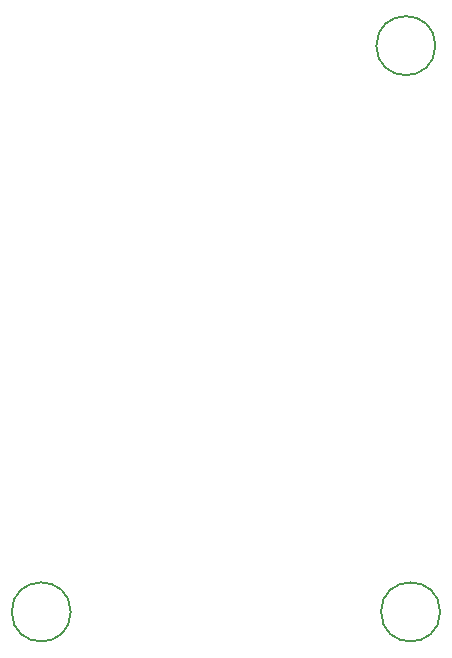
<source format=gbr>
%TF.GenerationSoftware,KiCad,Pcbnew,(6.0.9)*%
%TF.CreationDate,2023-01-27T20:48:09-09:00*%
%TF.ProjectId,JETT STATION SELECT,4a455454-2053-4544-9154-494f4e205345,rev?*%
%TF.SameCoordinates,Original*%
%TF.FileFunction,Other,Comment*%
%FSLAX46Y46*%
G04 Gerber Fmt 4.6, Leading zero omitted, Abs format (unit mm)*
G04 Created by KiCad (PCBNEW (6.0.9)) date 2023-01-27 20:48:09*
%MOMM*%
%LPD*%
G01*
G04 APERTURE LIST*
%ADD10C,0.150000*%
G04 APERTURE END LIST*
D10*
%TO.C,H3*%
X168568375Y-109696249D02*
G75*
G03*
X168568375Y-109696249I-2500000J0D01*
G01*
%TO.C,H2*%
X137294625Y-109696249D02*
G75*
G03*
X137294625Y-109696249I-2500000J0D01*
G01*
%TO.C,H1*%
X168171500Y-61753750D02*
G75*
G03*
X168171500Y-61753750I-2500000J0D01*
G01*
%TD*%
M02*

</source>
